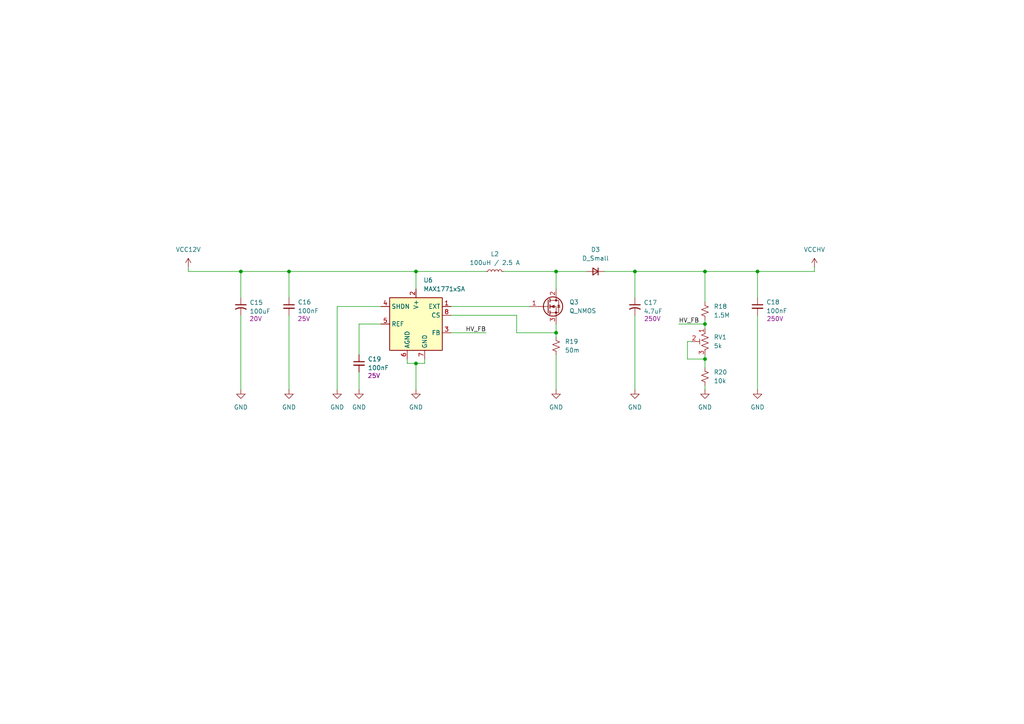
<source format=kicad_sch>
(kicad_sch (version 20250114) (generator "eeschema") (generator_version "9.0")
  (paper "A4")
  (lib_symbols
    (symbol "Device:C_Small" (pin_numbers (hide yes)) (pin_names (offset 0.254) (hide yes))
      (property "Reference" "C" (at 0.254 1.778 0))
      (property "Value" "C_Small" (at 0.254 -2.032 0))
      (symbol "C_Small_0_1"
        (polyline (pts (xy -1.524 0.508) (xy 1.524 0.508)) (stroke (width 0.3048)))
        (polyline (pts (xy -1.524 -0.508) (xy 1.524 -0.508)) (stroke (width 0.3302)))
      )
      (symbol "C_Small_1_1"
        (pin passive line (at 0 2.54 270) (length 2.032) (name "~") (number "1"))
        (pin passive line (at 0 -2.54 90) (length 2.032) (name "~") (number "2"))
      )
    )
    (symbol "Device:C_Small_US" (pin_numbers (hide yes)) (pin_names (offset 0.254) (hide yes))
      (property "Reference" "C" (at 0.254 1.778 0))
      (property "Value" "C_Small_US" (at 0.254 -2.032 0))
      (symbol "C_Small_US_0_1"
        (polyline (pts (xy -1.524 0.508) (xy 1.524 0.508)) (stroke (width 0.3048)))
        (arc (start -1.524 -0.762) (mid 0 -0.3734) (end 1.524 -0.762) (stroke (width 0.3048)))
      )
      (symbol "C_Small_US_1_1"
        (pin passive line (at 0 2.54 270) (length 2.032) (name "~") (number "1"))
        (pin passive line (at 0 -2.54 90) (length 2.032) (name "~") (number "2"))
      )
    )
    (symbol "Device:D_Small" (pin_numbers (hide yes)) (pin_names (offset 0.254) (hide yes))
      (property "Reference" "D" (at -1.27 2.032 0))
      (property "Value" "D_Small" (at -3.81 -2.032 0))
      (symbol "D_Small_0_1"
        (polyline (pts (xy -0.762 0) (xy 0.762 0)))
        (polyline (pts (xy -0.762 -1.016) (xy -0.762 1.016)) (stroke (width 0.254)))
        (polyline (pts (xy 0.762 -1.016) (xy -0.762 0) (xy 0.762 1.016) (xy 0.762 -1.016)) (stroke (width 0.254)))
      )
      (symbol "D_Small_1_1"
        (pin passive line (at -2.54 0 0) (length 1.778) (name "K") (number "1"))
        (pin passive line (at 2.54 0 180) (length 1.778) (name "A") (number "2"))
      )
    )
    (symbol "Device:L_Small" (pin_numbers (hide yes)) (pin_names (offset 0.254) (hide yes))
      (property "Reference" "L" (at 0.762 1.016 0))
      (property "Value" "L_Small" (at 0.762 -1.016 0))
      (symbol "L_Small_0_1"
        (arc (start 0 2.032) (mid 0.5058 1.524) (end 0 1.016))
        (arc (start 0 1.016) (mid 0.5058 0.508) (end 0 0))
        (arc (start 0 0) (mid 0.5058 -0.508) (end 0 -1.016))
        (arc (start 0 -1.016) (mid 0.5058 -1.524) (end 0 -2.032))
      )
      (symbol "L_Small_1_1"
        (pin passive line (at 0 2.54 270) (length 0.508) (name "~") (number "1"))
        (pin passive line (at 0 -2.54 90) (length 0.508) (name "~") (number "2"))
      )
    )
    (symbol "Device:R_Potentiometer_Trim_US" (pin_names (offset 1.016) (hide yes))
      (property "Reference" "RV" (at -4.445 0 90))
      (property "Value" "R_Potentiometer_Trim_US" (at -2.54 0 90))
      (symbol "R_Potentiometer_Trim_US_0_1"
        (polyline (pts (xy 0 2.286) (xy 0 2.54)))
        (polyline (pts (xy 0 2.286) (xy 1.016 1.905) (xy 0 1.524) (xy -1.016 1.143) (xy 0 0.762)))
        (polyline (pts (xy 0 0.762) (xy 1.016 0.381) (xy 0 0) (xy -1.016 -0.381) (xy 0 -0.762)))
        (polyline (pts (xy 0 -0.762) (xy 1.016 -1.143) (xy 0 -1.524) (xy -1.016 -1.905) (xy 0 -2.286)))
        (polyline (pts (xy 0 -2.286) (xy 0 -2.54)))
        (polyline (pts (xy 1.524 0.762) (xy 1.524 -0.762)))
        (polyline (pts (xy 2.54 0) (xy 1.524 0)))
      )
      (symbol "R_Potentiometer_Trim_US_1_1"
        (pin passive line (at 0 3.81 270) (length 1.27) (name "1") (number "1"))
        (pin passive line (at 0 -3.81 90) (length 1.27) (name "3") (number "3"))
        (pin passive line (at 3.81 0 180) (length 1.27) (name "2") (number "2"))
      )
    )
    (symbol "Device:R_Small_US" (pin_numbers (hide yes)) (pin_names (offset 0.254) (hide yes))
      (property "Reference" "R" (at 0.762 0.508 0))
      (property "Value" "R_Small_US" (at 0.762 -1.016 0))
      (symbol "R_Small_US_1_1"
        (polyline (pts (xy 0 1.524) (xy 1.016 1.143) (xy 0 0.762) (xy -1.016 0.381) (xy 0 0)))
        (polyline (pts (xy 0 0) (xy 1.016 -0.381) (xy 0 -0.762) (xy -1.016 -1.143) (xy 0 -1.524)))
        (pin passive line (at 0 2.54 270) (length 1.016) (name "~") (number "1"))
        (pin passive line (at 0 -2.54 90) (length 1.016) (name "~") (number "2"))
      )
    )
    (symbol "Regulator_Switching:MAX1771xSA"
      (property "Reference" "U" (at -3.81 10.16 0))
      (property "Value" "MAX1771xSA" (at 6.35 10.16 0))
      (symbol "MAX1771xSA_0_1"
        (rectangle (start -7.62 7.62) (end 7.62 -7.62) (stroke (width 0.254)) (fill (type background)))
      )
      (symbol "MAX1771xSA_1_1"
        (pin input line (at -10.16 5.08 0) (length 2.54) (name "SHDN") (number "4"))
        (pin passive line (at -10.16 0 0) (length 2.54) (name "REF") (number "5"))
        (pin power_in line (at -2.54 -10.16 90) (length 2.54) (name "AGND") (number "6"))
        (pin power_in line (at 0 10.16 270) (length 2.54) (name "V+") (number "2"))
        (pin power_in line (at 2.54 -10.16 90) (length 2.54) (name "GND") (number "7"))
        (pin output line (at 10.16 5.08 180) (length 2.54) (name "EXT") (number "1"))
        (pin input line (at 10.16 2.54 180) (length 2.54) (name "CS") (number "8"))
        (pin input line (at 10.16 -2.54 180) (length 2.54) (name "FB") (number "3"))
      )
    )
    (symbol "Transistor_FET:Q_NMOS_GDS" (pin_names (offset 0) (hide yes))
      (property "Reference" "Q" (at 5.08 1.905 0))
      (property "Value" "Q_NMOS_GDS" (at 5.08 0 0))
      (symbol "Q_NMOS_GDS_0_1"
        (polyline (pts (xy 0.254 1.905) (xy 0.254 -1.905)) (stroke (width 0.254)))
        (polyline (pts (xy 0.254 0) (xy -2.54 0)))
        (polyline (pts (xy 0.762 2.286) (xy 0.762 1.27)) (stroke (width 0.254)))
        (polyline (pts (xy 0.762 0.508) (xy 0.762 -0.508)) (stroke (width 0.254)))
        (polyline (pts (xy 0.762 -1.27) (xy 0.762 -2.286)) (stroke (width 0.254)))
        (polyline (pts (xy 0.762 -1.778) (xy 3.302 -1.778) (xy 3.302 1.778) (xy 0.762 1.778)))
        (polyline (pts (xy 1.016 0) (xy 2.032 0.381) (xy 2.032 -0.381) (xy 1.016 0)) (fill (type outline)))
        (circle (center 1.651 0) (radius 2.794) (stroke (width 0.254)))
        (polyline (pts (xy 2.54 2.54) (xy 2.54 1.778)))
        (circle (center 2.54 1.778) (radius 0.254) (fill (type outline)))
        (circle (center 2.54 -1.778) (radius 0.254) (fill (type outline)))
        (polyline (pts (xy 2.54 -2.54) (xy 2.54 0) (xy 0.762 0)))
        (polyline (pts (xy 2.921 0.381) (xy 3.683 0.381)))
        (polyline (pts (xy 3.302 0.381) (xy 2.921 -0.254) (xy 3.683 -0.254) (xy 3.302 0.381)))
      )
      (symbol "Q_NMOS_GDS_1_1"
        (pin input line (at -5.08 0 0) (length 2.54) (name "G") (number "1"))
        (pin passive line (at 2.54 5.08 270) (length 2.54) (name "D") (number "2"))
        (pin passive line (at 2.54 -5.08 90) (length 2.54) (name "S") (number "3"))
      )
    )
    (symbol "power:GND" (power) (pin_numbers (hide yes)) (pin_names (offset 0) (hide yes))
      (property "Value" "GND" (at 0 -3.81 0))
      (symbol "GND_0_1"
        (polyline (pts (xy 0 0) (xy 0 -1.27) (xy 1.27 -1.27) (xy 0 -2.54) (xy -1.27 -1.27) (xy 0 -1.27)))
      )
      (symbol "GND_1_1"
        (pin power_in line (at 0 0 270) (length 0) (name "~") (number "1"))
      )
    )
    (symbol "power:VCC" (power) (pin_numbers (hide yes)) (pin_names (offset 0) (hide yes))
      (property "Value" "VCC" (at 0 3.556 0))
      (symbol "VCC_0_1"
        (polyline (pts (xy -0.762 1.27) (xy 0 2.54)))
        (polyline (pts (xy 0 2.54) (xy 0.762 1.27)))
        (polyline (pts (xy 0 0) (xy 0 2.54)))
      )
      (symbol "VCC_1_1"
        (pin power_in line (at 0 0 90) (length 0) (name "~") (number "1"))
      )
    )
  )
  (junction (at 219.71 78.74))
  (junction (at 69.85 78.74))
  (junction (at 120.65 105.41))
  (junction (at 204.47 93.98))
  (junction (at 204.47 104.14))
  (junction (at 204.47 78.74))
  (junction (at 161.29 78.74))
  (junction (at 184.15 78.74))
  (junction (at 120.65 78.74))
  (junction (at 161.29 96.52))
  (junction (at 83.82 78.74))
  (wire (pts (xy 204.47 93.98) (xy 204.47 95.25)))
  (wire (pts (xy 149.86 96.52) (xy 161.29 96.52)))
  (wire (pts (xy 204.47 111.76) (xy 204.47 113.03)))
  (wire (pts (xy 199.39 99.06) (xy 200.66 99.06)))
  (wire (pts (xy 236.22 77.47) (xy 236.22 78.74)))
  (wire (pts (xy 184.15 78.74) (xy 184.15 86.36)))
  (wire (pts (xy 199.39 99.06) (xy 199.39 104.14)))
  (wire (pts (xy 54.61 78.74) (xy 69.85 78.74)))
  (wire (pts (xy 199.39 104.14) (xy 204.47 104.14)))
  (wire (pts (xy 161.29 78.74) (xy 170.18 78.74)))
  (wire (pts (xy 120.65 78.74) (xy 120.65 83.82)))
  (wire (pts (xy 123.19 104.14) (xy 123.19 105.41)))
  (wire (pts (xy 175.26 78.74) (xy 184.15 78.74)))
  (wire (pts (xy 161.29 93.98) (xy 161.29 96.52)))
  (wire (pts (xy 184.15 78.74) (xy 204.47 78.74)))
  (wire (pts (xy 161.29 78.74) (xy 161.29 83.82)))
  (wire (pts (xy 120.65 105.41) (xy 123.19 105.41)))
  (wire (pts (xy 120.65 78.74) (xy 140.97 78.74)))
  (wire (pts (xy 196.85 93.98) (xy 204.47 93.98)))
  (wire (pts (xy 204.47 104.14) (xy 204.47 106.68)))
  (wire (pts (xy 97.79 88.9) (xy 110.49 88.9)))
  (wire (pts (xy 69.85 91.44) (xy 69.85 113.03)))
  (wire (pts (xy 219.71 78.74) (xy 236.22 78.74)))
  (wire (pts (xy 130.81 96.52) (xy 140.97 96.52)))
  (wire (pts (xy 184.15 91.44) (xy 184.15 113.03)))
  (wire (pts (xy 146.05 78.74) (xy 161.29 78.74)))
  (wire (pts (xy 161.29 96.52) (xy 161.29 97.79)))
  (wire (pts (xy 104.14 93.98) (xy 104.14 102.87)))
  (wire (pts (xy 204.47 92.71) (xy 204.47 93.98)))
  (wire (pts (xy 104.14 107.95) (xy 104.14 113.03)))
  (wire (pts (xy 219.71 78.74) (xy 219.71 86.36)))
  (wire (pts (xy 130.81 91.44) (xy 149.86 91.44)))
  (wire (pts (xy 69.85 78.74) (xy 69.85 86.36)))
  (wire (pts (xy 83.82 91.44) (xy 83.82 113.03)))
  (wire (pts (xy 97.79 88.9) (xy 97.79 113.03)))
  (wire (pts (xy 204.47 78.74) (xy 219.71 78.74)))
  (wire (pts (xy 118.11 104.14) (xy 118.11 105.41)))
  (wire (pts (xy 83.82 78.74) (xy 120.65 78.74)))
  (wire (pts (xy 120.65 105.41) (xy 120.65 113.03)))
  (wire (pts (xy 69.85 78.74) (xy 83.82 78.74)))
  (wire (pts (xy 83.82 78.74) (xy 83.82 86.36)))
  (wire (pts (xy 161.29 102.87) (xy 161.29 113.03)))
  (wire (pts (xy 54.61 77.47) (xy 54.61 78.74)))
  (wire (pts (xy 118.11 105.41) (xy 120.65 105.41)))
  (wire (pts (xy 130.81 88.9) (xy 153.67 88.9)))
  (wire (pts (xy 204.47 78.74) (xy 204.47 87.63)))
  (wire (pts (xy 149.86 91.44) (xy 149.86 96.52)))
  (wire (pts (xy 219.71 91.44) (xy 219.71 113.03)))
  (wire (pts (xy 204.47 102.87) (xy 204.47 104.14)))
  (wire (pts (xy 104.14 93.98) (xy 110.49 93.98)))
  (label "HV_FB" (at 196.85 93.98 0))
  (label "HV_FB" (at 140.97 96.52 180))
  (symbol (lib_id "Device:R_Small_US") (at 161.29 100.33 0) (unit 1)
    (property "Reference" "R19" (at 163.83 99.0599 0) (effects (justify left)))
    (property "Value" "50m" (at 163.83 101.5999 0) (effects (justify left)))
    (property "Footprint" "Resistor_SMD:R_1206_3216Metric" (effects (hide yes)))
    (property "Description" "Resistor, small US symbol" (effects (hide yes)))
    (property "LCSC" "C149662" (effects (hide yes)))
  )
  (symbol (lib_id "power:GND") (at 184.15 113.03 0) (unit 1)
    (property "Reference" "#PWR060" (effects (hide yes)))
    (property "Value" "GND" (at 184.15 118.11 0))
    (property "Description" "Power symbol creates a global label with name \"GND\" , ground" (effects (hide yes)))
  )
  (symbol (lib_id "power:GND") (at 219.71 113.03 0) (unit 1)
    (property "Reference" "#PWR062" (effects (hide yes)))
    (property "Value" "GND" (at 219.71 118.11 0))
    (property "Description" "Power symbol creates a global label with name \"GND\" , ground" (effects (hide yes)))
  )
  (symbol (lib_id "Regulator_Switching:MAX1771xSA") (at 120.65 93.98 0) (unit 1)
    (property "Reference" "U6" (at 122.7933 81.28 0) (effects (justify left)))
    (property "Value" "MAX1771xSA" (at 122.7933 83.82 0) (effects (justify left)))
    (property "Footprint" "Package_SO:SO-8_3.9x4.9mm_P1.27mm" (effects (hide yes)))
    (property "Datasheet" "https://datasheets.maximintegrated.com/en/ds/MAX1771.pdf" (effects (hide yes)))
    (property "Description" "12V or Adjustable, High-Efficiency, Low IQ, Step-Up DC-DC Controller, SO-8" (effects (hide yes)))
  )
  (symbol (lib_id "Transistor_FET:Q_NMOS_GDS") (at 158.75 88.9 0) (unit 1)
    (property "Reference" "Q3" (at 165.1 87.6299 0) (effects (justify left)))
    (property "Value" "Q_NMOS" (at 165.1 90.1699 0) (effects (justify left)))
    (property "Footprint" "Package_TO_SOT_SMD:TO-263-2" (effects (hide yes)))
    (property "Description" "N-MOSFET transistor, gate/drain/source" (effects (hide yes)))
    (property "LCSC" "C39238" (effects (hide yes)))
  )
  (symbol (lib_id "power:GND") (at 120.65 113.03 0) (unit 1)
    (property "Reference" "#PWR058" (effects (hide yes)))
    (property "Value" "GND" (at 120.65 118.11 0))
    (property "Description" "Power symbol creates a global label with name \"GND\" , ground" (effects (hide yes)))
  )
  (symbol (lib_id "Device:L_Small") (at 143.51 78.74 90) (unit 1)
    (property "Reference" "L2" (at 143.51 73.66 90))
    (property "Value" "100uH / 2.5 A" (at 143.51 76.2 90))
    (property "Footprint" "Inductor_SMD:L_APV_APH0840" (effects (hide yes)))
    (property "Description" "Inductor, small symbol" (effects (hide yes)))
    (property "LCSC" "C2962892" (effects (hide yes)))
  )
  (symbol (lib_id "Device:C_Small_US") (at 69.85 88.9 0) (unit 1)
    (property "Reference" "C15" (at 72.39 87.7569 0) (effects (justify left)))
    (property "Value" "100uF" (at 72.39 90.2969 0) (effects (justify left)))
    (property "Footprint" "Capacitor_Tantalum_SMD:CP_EIA-7343-15_Kemet-W_HandSolder" (effects (hide yes)))
    (property "Description" "capacitor, small US symbol" (effects (hide yes)))
    (property "Voltage" "20V" (at 74.168 92.456 0))
    (property "LCSC" "C122302" (effects (hide yes)))
  )
  (symbol (lib_id "Device:C_Small_US") (at 184.15 88.9 0) (unit 1)
    (property "Reference" "C17" (at 186.69 87.7569 0) (effects (justify left)))
    (property "Value" "4.7uF" (at 186.69 90.2969 0) (effects (justify left)))
    (property "Footprint" "Capacitor_SMD:C_Elec_8x10.2" (effects (hide yes)))
    (property "Description" "capacitor, small US symbol" (effects (hide yes)))
    (property "Voltage" "250V" (at 189.23 92.456 0))
    (property "LCSC" "C88702" (effects (hide yes)))
  )
  (symbol (lib_id "power:VCC") (at 54.61 77.47 0) (unit 1)
    (property "Reference" "#PWR052" (effects (hide yes)))
    (property "Value" "VCC12V" (at 54.61 72.39 0))
    (property "Description" "Power symbol creates a global label with name \"VCC\"" (effects (hide yes)))
  )
  (symbol (lib_id "Device:R_Potentiometer_Trim_US") (at 204.47 99.06 0) (mirror y) (unit 1)
    (property "Reference" "RV1" (at 207.01 97.7899 0) (effects (justify right)))
    (property "Value" "5k" (at 207.01 100.3299 0) (effects (justify right)))
    (property "Footprint" "Potentiometer_SMD:Potentiometer_Bourns_3314G_Vertical" (effects (hide yes)))
    (property "Description" "Trim-potentiometer, US symbol" (effects (hide yes)))
    (property "LCSC" "C719180" (effects (hide yes)))
  )
  (symbol (lib_id "power:VCC") (at 236.22 77.47 0) (unit 1)
    (property "Reference" "#PWR053" (effects (hide yes)))
    (property "Value" "VCCHV" (at 236.22 72.39 0))
    (property "Description" "Power symbol creates a global label with name \"VCC\"" (effects (hide yes)))
  )
  (symbol (lib_id "power:GND") (at 104.14 113.03 0) (unit 1)
    (property "Reference" "#PWR057" (effects (hide yes)))
    (property "Value" "GND" (at 104.14 118.11 0))
    (property "Description" "Power symbol creates a global label with name \"GND\" , ground" (effects (hide yes)))
  )
  (symbol (lib_id "Device:R_Small_US") (at 204.47 109.22 0) (unit 1)
    (property "Reference" "R20" (at 207.01 107.9499 0) (effects (justify left)))
    (property "Value" "10k" (at 207.01 110.4899 0) (effects (justify left)))
    (property "Footprint" "Resistor_SMD:R_0805_2012Metric" (effects (hide yes)))
    (property "Description" "Resistor, small US symbol" (effects (hide yes)))
    (property "LCSC" "C269724" (effects (hide yes)))
  )
  (symbol (lib_id "Device:C_Small") (at 219.71 88.9 0) (unit 1)
    (property "Reference" "C18" (at 222.25 87.6362 0) (effects (justify left)))
    (property "Value" "100nF" (at 222.25 90.1762 0) (effects (justify left)))
    (property "Footprint" "Capacitor_SMD:C_1210_3225Metric" (effects (hide yes)))
    (property "Description" "Unpolarized capacitor, small symbol" (effects (hide yes)))
    (property "Voltage" "250V" (at 224.79 92.456 0))
    (property "LCSC" "C52020" (effects (hide yes)))
  )
  (symbol (lib_id "power:GND") (at 83.82 113.03 0) (unit 1)
    (property "Reference" "#PWR055" (effects (hide yes)))
    (property "Value" "GND" (at 83.82 118.11 0))
    (property "Description" "Power symbol creates a global label with name \"GND\" , ground" (effects (hide yes)))
  )
  (symbol (lib_id "power:GND") (at 204.47 113.03 0) (unit 1)
    (property "Reference" "#PWR061" (effects (hide yes)))
    (property "Value" "GND" (at 204.47 118.11 0))
    (property "Description" "Power symbol creates a global label with name \"GND\" , ground" (effects (hide yes)))
  )
  (symbol (lib_id "power:GND") (at 161.29 113.03 0) (unit 1)
    (property "Reference" "#PWR059" (effects (hide yes)))
    (property "Value" "GND" (at 161.29 118.11 0))
    (property "Description" "Power symbol creates a global label with name \"GND\" , ground" (effects (hide yes)))
  )
  (symbol (lib_id "power:GND") (at 69.85 113.03 0) (unit 1)
    (property "Reference" "#PWR054" (effects (hide yes)))
    (property "Value" "GND" (at 69.85 118.11 0))
    (property "Description" "Power symbol creates a global label with name \"GND\" , ground" (effects (hide yes)))
  )
  (symbol (lib_id "power:GND") (at 97.79 113.03 0) (unit 1)
    (property "Reference" "#PWR056" (effects (hide yes)))
    (property "Value" "GND" (at 97.79 118.11 0))
    (property "Description" "Power symbol creates a global label with name \"GND\" , ground" (effects (hide yes)))
  )
  (symbol (lib_id "Device:C_Small") (at 83.82 88.9 0) (unit 1)
    (property "Reference" "C16" (at 86.36 87.6362 0) (effects (justify left)))
    (property "Value" "100nF" (at 86.36 90.1762 0) (effects (justify left)))
    (property "Footprint" "Capacitor_SMD:C_0603_1608Metric" (effects (hide yes)))
    (property "Description" "Unpolarized capacitor, small symbol" (effects (hide yes)))
    (property "Voltage" "25V" (at 88.138 92.456 0))
    (property "LCSC" "C92490" (effects (hide yes)))
  )
  (symbol (lib_id "Device:R_Small_US") (at 204.47 90.17 0) (unit 1)
    (property "Reference" "R18" (at 207.01 88.8999 0) (effects (justify left)))
    (property "Value" "1.5M" (at 207.01 91.4399 0) (effects (justify left)))
    (property "Footprint" "Resistor_SMD:R_0805_2012Metric" (effects (hide yes)))
    (property "Description" "Resistor, small US symbol" (effects (hide yes)))
    (property "LCSC" "C118025" (effects (hide yes)))
  )
  (symbol (lib_id "Device:D_Small") (at 172.72 78.74 0) (mirror y) (unit 1)
    (property "Reference" "D3" (at 172.72 72.39 0))
    (property "Value" "D_Small" (at 172.72 74.93 0))
    (property "Footprint" "Diode_SMD:D_SMB_Handsoldering" (effects (hide yes)))
    (property "Description" "Diode, small symbol" (effects (hide yes)))
    (property "Sim.Device" "D" (effects (hide yes)))
    (property "Sim.Pins" "1=K 2=A" (effects (hide yes)))
    (property "LCSC" "C145321" (effects (hide yes)))
  )
  (symbol (lib_id "Device:C_Small") (at 104.14 105.41 0) (unit 1)
    (property "Reference" "C19" (at 106.68 104.1462 0) (effects (justify left)))
    (property "Value" "100nF" (at 106.68 106.6862 0) (effects (justify left)))
    (property "Footprint" "Capacitor_SMD:C_0603_1608Metric" (effects (hide yes)))
    (property "Description" "Unpolarized capacitor, small symbol" (effects (hide yes)))
    (property "Voltage" "25V" (at 108.458 108.966 0))
    (property "LCSC" "C92490" (effects (hide yes)))
  )
)
</source>
